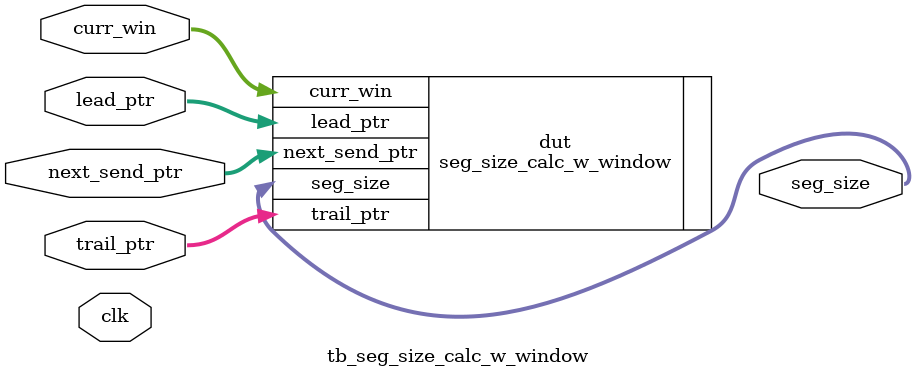
<source format=sv>
module tb_seg_size_calc_w_window #(
     parameter PTR_W = 11
    ,parameter WIN_SIZE_W = 16
    ,parameter MAX_SEG_SIZE = 1024
)(
     input  [PTR_W:0]           trail_ptr
    ,input  [PTR_W:0]           lead_ptr
    ,input  [PTR_W:0]           next_send_ptr
    ,input  [WIN_SIZE_W-1:0]    curr_win

    ,output [PTR_W:0]           seg_size

    ,input clk
);

    seg_size_calc_w_window #(
         .ptr_w         (PTR_W          )
        ,.WIN_SIZE_W    (WIN_SIZE_W     )
        ,.MAX_SEG_SIZE  (MAX_SEG_SIZE   )
    ) dut (
         .trail_ptr     (trail_ptr      )
        ,.lead_ptr      (lead_ptr       )
        ,.next_send_ptr (next_send_ptr  )
        ,.curr_win      (curr_win       )
                                        
        ,.seg_size      (seg_size       )
    );
endmodule

</source>
